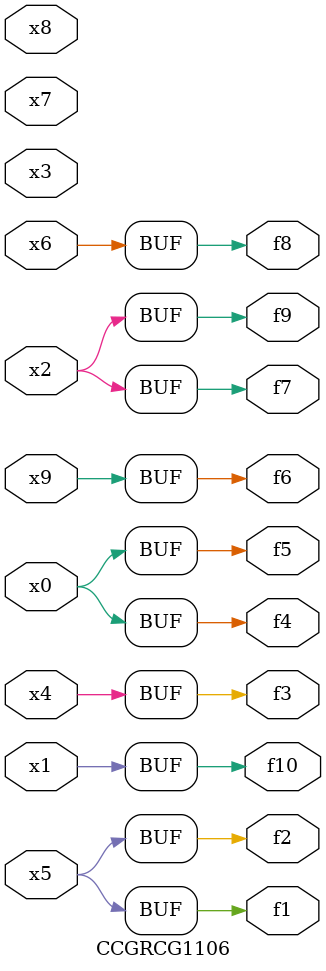
<source format=v>
module CCGRCG1106(
	input x0, x1, x2, x3, x4, x5, x6, x7, x8, x9,
	output f1, f2, f3, f4, f5, f6, f7, f8, f9, f10
);
	assign f1 = x5;
	assign f2 = x5;
	assign f3 = x4;
	assign f4 = x0;
	assign f5 = x0;
	assign f6 = x9;
	assign f7 = x2;
	assign f8 = x6;
	assign f9 = x2;
	assign f10 = x1;
endmodule

</source>
